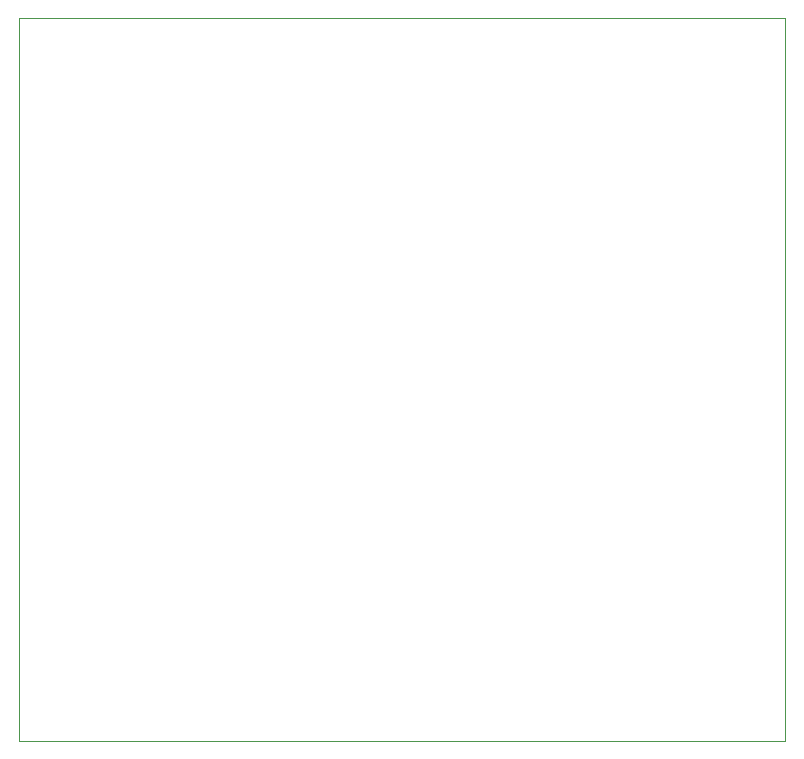
<source format=gbr>
%TF.GenerationSoftware,KiCad,Pcbnew,5.1.12-84ad8e8a86~92~ubuntu20.04.1*%
%TF.CreationDate,2022-03-06T20:42:48-06:00*%
%TF.ProjectId,Solder_Reflow_Oven_2.0,536f6c64-6572-45f5-9265-666c6f775f4f,rev?*%
%TF.SameCoordinates,Original*%
%TF.FileFunction,Profile,NP*%
%FSLAX46Y46*%
G04 Gerber Fmt 4.6, Leading zero omitted, Abs format (unit mm)*
G04 Created by KiCad (PCBNEW 5.1.12-84ad8e8a86~92~ubuntu20.04.1) date 2022-03-06 20:42:48*
%MOMM*%
%LPD*%
G01*
G04 APERTURE LIST*
%TA.AperFunction,Profile*%
%ADD10C,0.050000*%
%TD*%
G04 APERTURE END LIST*
D10*
X104203500Y-134810500D02*
X104203500Y-134861300D01*
X104203500Y-73660000D02*
X104203500Y-134810500D01*
X39382700Y-134861300D02*
X104203500Y-134861300D01*
X104203500Y-73660000D02*
X39382700Y-73660000D01*
X39382700Y-73660000D02*
X39382700Y-134861300D01*
M02*

</source>
